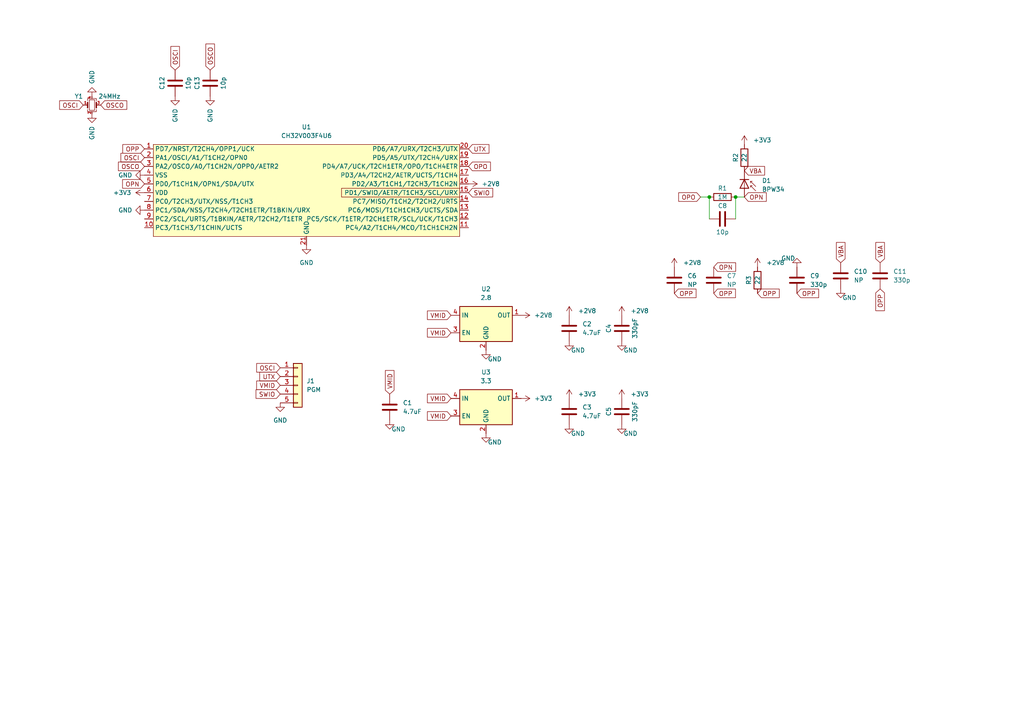
<source format=kicad_sch>
(kicad_sch (version 20211123) (generator eeschema)
  (paper "A4")
  (lib_symbols
    (symbol "CH32V003F4U6:CH32V003F4U6"
      (property "Reference" "U" (at 0 0 0))
      (property "Value" "CH32V003F4U6" (at 0 3.81 0))
      (symbol "CH32V003F4U6_0_1"
        (rectangle (start -44.45 12.7) (end 44.45 -13.97) (fill (type background)))
        (rectangle (start 10.16 0) (end 44.45 -2.54) (fill (type background)))
      )
      (symbol "CH32V003F4U6_1_1"
        (pin bidirectional line (at -46.99 11.43 0) (length 2.54) (name "PD7/NRST/T2CH4/OPP1/UCK") (number "1"))
        (pin bidirectional line (at -46.99 -11.43 0) (length 2.54) (name "PC3/T1CH3/T1CHIN/UCTS") (number "10"))
        (pin bidirectional line (at 46.99 -11.43 180) (length 2.54) (name "PC4/A2/T1CH4/MCO/T1CH1CH2N") (number "11"))
        (pin bidirectional line (at 46.99 -8.89 180) (length 2.54) (name "PC5/SCK/T1ETR/T2CH1ETR/SCL/UCK/T1CH3") (number "12"))
        (pin bidirectional line (at 46.99 -6.35 180) (length 2.54) (name "PC6/MOSI/T1CH1CH3/UCTS/SDA") (number "13"))
        (pin bidirectional line (at 46.99 -3.81 180) (length 2.54) (name "PC7/MISO/T1CH2/T2CH2/URTS") (number "14"))
        (pin bidirectional line (at 46.99 -1.27 180) (length 2.54) (name "PD1/SWIO/AETR/T1CH3/SCL/URX") (number "15"))
        (pin bidirectional line (at 46.99 1.27 180) (length 2.54) (name "PD2/A3/T1CH1/T2CH3/T1CH2N") (number "16"))
        (pin bidirectional line (at 46.99 3.81 180) (length 2.54) (name "PD3/A4/T2CH2/AETR/UCTS/T1CH4") (number "17"))
        (pin bidirectional line (at 46.99 6.35 180) (length 2.54) (name "PD4/A7/UCK/T2CH1ETR/OPO/T1CH4ETR") (number "18"))
        (pin bidirectional line (at 46.99 8.89 180) (length 2.54) (name "PD5/A5/UTX/T2CH4/URX") (number "19"))
        (pin bidirectional line (at -46.99 8.89 0) (length 2.54) (name "PA1/OSCI/A1/T1CH2/OPN0") (number "2"))
        (pin bidirectional line (at 46.99 11.43 180) (length 2.54) (name "PD6/A7/URX/T2CH3/UTX") (number "20"))
        (pin bidirectional line (at 0 -16.51 90) (length 2.54) (name "GND") (number "21"))
        (pin bidirectional line (at -46.99 6.35 0) (length 2.54) (name "PA2/OSCO/A0/T1CH2N/OPP0/AETR2") (number "3"))
        (pin bidirectional line (at -46.99 3.81 0) (length 2.54) (name "VSS") (number "4"))
        (pin bidirectional line (at -46.99 1.27 0) (length 2.54) (name "PD0/T1CH1N/OPN1/SDA/UTX") (number "5"))
        (pin bidirectional line (at -46.99 -1.27 0) (length 2.54) (name "VDD") (number "6"))
        (pin bidirectional line (at -46.99 -3.81 0) (length 2.54) (name "PC0/T2CH3/UTX/NSS/T1CH3") (number "7"))
        (pin bidirectional line (at -46.99 -6.35 0) (length 2.54) (name "PC1/SDA/NSS/T2CH4/T2CH1ETR/T1BKIN/URX") (number "8"))
        (pin bidirectional line (at -46.99 -8.89 0) (length 2.54) (name "PC2/SCL/URTS/T1BKIN/AETR/T2CH2/T1ETR") (number "9"))
      )
    )
    (symbol "Connector_Generic:Conn_01x05" (pin_names (offset 1.016) hide)
      (property "Reference" "J" (at 0 7.62 0))
      (property "Value" "Conn_01x05" (at 0 -7.62 0))
      (symbol "Conn_01x05_1_1"
        (rectangle (start -1.27 -4.953) (end 0 -5.207) (stroke (width 0.1524)))
        (rectangle (start -1.27 -2.413) (end 0 -2.667) (stroke (width 0.1524)))
        (rectangle (start -1.27 0.127) (end 0 -0.127) (stroke (width 0.1524)))
        (rectangle (start -1.27 2.667) (end 0 2.413) (stroke (width 0.1524)))
        (rectangle (start -1.27 5.207) (end 0 4.953) (stroke (width 0.1524)))
        (rectangle (start -1.27 6.35) (end 1.27 -6.35) (stroke (width 0.254)) (fill (type background)))
        (pin passive line (at -5.08 5.08 0) (length 3.81) (name "Pin_1") (number "1"))
        (pin passive line (at -5.08 2.54 0) (length 3.81) (name "Pin_2") (number "2"))
        (pin passive line (at -5.08 0 0) (length 3.81) (name "Pin_3") (number "3"))
        (pin passive line (at -5.08 -2.54 0) (length 3.81) (name "Pin_4") (number "4"))
        (pin passive line (at -5.08 -5.08 0) (length 3.81) (name "Pin_5") (number "5"))
      )
    )
    (symbol "Device:C" (pin_numbers hide) (pin_names (offset 0.254))
      (property "Reference" "C" (at 0.635 2.54 0))
      (property "Value" "C" (at 0.635 -2.54 0))
      (symbol "C_0_1"
        (polyline (pts (xy -2.032 -0.762) (xy 2.032 -0.762)) (stroke (width 0.508)))
        (polyline (pts (xy -2.032 0.762) (xy 2.032 0.762)) (stroke (width 0.508)))
      )
      (symbol "C_1_1"
        (pin passive line (at 0 3.81 270) (length 2.794) (name "~") (number "1"))
        (pin passive line (at 0 -3.81 90) (length 2.794) (name "~") (number "2"))
      )
    )
    (symbol "Device:Crystal_GND24_Small" (pin_names (offset 1.016) hide)
      (property "Reference" "Y" (at 1.27 4.445 0))
      (property "Value" "Crystal_GND24_Small" (at 1.27 2.54 0))
      (symbol "Crystal_GND24_Small_0_1"
        (rectangle (start -0.762 -1.524) (end 0.762 1.524))
        (polyline (pts (xy -1.27 -0.762) (xy -1.27 0.762)) (stroke (width 0.381)))
        (polyline (pts (xy 1.27 -0.762) (xy 1.27 0.762)) (stroke (width 0.381)))
        (polyline (pts (xy -1.27 -1.27) (xy -1.27 -1.905) (xy 1.27 -1.905) (xy 1.27 -1.27)))
        (polyline (pts (xy -1.27 1.27) (xy -1.27 1.905) (xy 1.27 1.905) (xy 1.27 1.27)))
      )
      (symbol "Crystal_GND24_Small_1_1"
        (pin passive line (at -2.54 0 0) (length 1.27) (name "1") (number "1"))
        (pin passive line (at 0 -2.54 90) (length 0.635) (name "2") (number "2"))
        (pin passive line (at 2.54 0 180) (length 1.27) (name "3") (number "3"))
        (pin passive line (at 0 2.54 270) (length 0.635) (name "4") (number "4"))
      )
    )
    (symbol "Device:D_Photo" (pin_numbers hide) (pin_names hide)
      (property "Reference" "D" (at 0.508 1.778 0))
      (property "Value" "D_Photo" (at -1.016 -2.794 0))
      (symbol "D_Photo_0_1"
        (polyline (pts (xy -2.54 1.27) (xy -2.54 -1.27)) (stroke (width 0.254)))
        (polyline (pts (xy -2.032 1.778) (xy -1.524 1.778)))
        (polyline (pts (xy 0 0) (xy -2.54 0)))
        (polyline (pts (xy -0.508 3.302) (xy -2.032 1.778) (xy -2.032 2.286)))
        (polyline (pts (xy 0 -1.27) (xy 0 1.27) (xy -2.54 0) (xy 0 -1.27)) (stroke (width 0.254)))
        (polyline (pts (xy 0.762 3.302) (xy -0.762 1.778) (xy -0.762 2.286) (xy -0.762 1.778) (xy -0.254 1.778)))
      )
      (symbol "D_Photo_1_1"
        (pin passive line (at -5.08 0 0) (length 2.54) (name "K") (number "1"))
        (pin passive line (at 2.54 0 180) (length 2.54) (name "A") (number "2"))
      )
    )
    (symbol "Device:R" (pin_numbers hide) (pin_names (offset 0))
      (property "Reference" "R" (at 2.032 0 90))
      (property "Value" "R" (at 0 0 90))
      (symbol "R_0_1"
        (rectangle (start -1.016 -2.54) (end 1.016 2.54) (stroke (width 0.254)))
      )
      (symbol "R_1_1"
        (pin passive line (at 0 3.81 270) (length 1.27) (name "~") (number "1"))
        (pin passive line (at 0 -3.81 90) (length 1.27) (name "~") (number "2"))
      )
    )
    (symbol "Regulator_Linear:NCP115AMX250TCG"
      (property "Reference" "U" (at 2.54 10.16 0))
      (property "Value" "NCP115AMX250TCG" (at 10.16 7.62 0))
      (symbol "NCP115AMX250TCG_0_1"
        (rectangle (start -7.62 5.08) (end 7.62 -5.08) (stroke (width 0.254)) (fill (type background)))
      )
      (symbol "NCP115AMX250TCG_1_1"
        (pin power_out line (at 10.16 2.54 180) (length 2.54) (name "OUT") (number "1"))
        (pin power_in line (at 0 -7.62 90) (length 2.54) (name "GND") (number "2"))
        (pin input line (at -10.16 -2.54 0) (length 2.54) (name "EN") (number "3"))
        (pin power_in line (at -10.16 2.54 0) (length 2.54) (name "IN") (number "4"))
        (pin passive line (at 0 -7.62 90) (length 2.54) hide (name "GND") (number "5"))
      )
    )
    (symbol "power:+2V8" (power) (pin_names (offset 0))
      (property "Value" "+2V8" (at 0 3.556 0))
      (symbol "+2V8_0_1"
        (polyline (pts (xy -0.762 1.27) (xy 0 2.54)))
        (polyline (pts (xy 0 0) (xy 0 2.54)))
        (polyline (pts (xy 0 2.54) (xy 0.762 1.27)))
      )
      (symbol "+2V8_1_1"
        (pin power_in line (at 0 0 90) (length 0) hide (name "+2V8") (number "1"))
      )
    )
    (symbol "power:+3V3" (power) (pin_names (offset 0))
      (property "Value" "+3V3" (at 0 3.556 0))
      (symbol "+3V3_0_1"
        (polyline (pts (xy -0.762 1.27) (xy 0 2.54)))
        (polyline (pts (xy 0 0) (xy 0 2.54)))
        (polyline (pts (xy 0 2.54) (xy 0.762 1.27)))
      )
      (symbol "+3V3_1_1"
        (pin power_in line (at 0 0 90) (length 0) hide (name "+3V3") (number "1"))
      )
    )
    (symbol "power:GND" (power) (pin_names (offset 0))
      (property "Value" "GND" (at 0 -3.81 0))
      (symbol "GND_0_1"
        (polyline (pts (xy 0 0) (xy 0 -1.27) (xy 1.27 -1.27) (xy 0 -2.54) (xy -1.27 -1.27) (xy 0 -1.27)))
      )
      (symbol "GND_1_1"
        (pin power_in line (at 0 0 270) (length 0) hide (name "GND") (number "1"))
      )
    )
  )
  (junction (at 205.74 57.15))
  (junction (at 213.36 57.15))
  (wire (pts (xy 213.36 57.15) (xy 213.36 63.5)))
  (wire (pts (xy 205.74 57.15) (xy 205.74 63.5)))
  (wire (pts (xy 213.36 57.15) (xy 215.9 57.15)))
  (wire (pts (xy 203.2 57.15) (xy 205.74 57.15)))
  (global_label "VMID" (shape input) (at 130.81 91.44 180) (property "Intersheet References" "${INTERSHEET_REFS}" (effects hide)))
  (global_label "OPP" (shape input) (at 231.14 85.09 0) (property "Intersheet References" "${INTERSHEET_REFS}" (effects hide)))
  (global_label "VBA" (shape input) (at 255.27 76.2 90) (property "Intersheet References" "${INTERSHEET_REFS}" (effects hide)))
  (global_label "UTX" (shape input) (at 81.28 109.22 180) (property "Intersheet References" "${INTERSHEET_REFS}" (effects hide)))
  (global_label "OSCO" (shape input) (at 60.96 20.32 90) (property "Intersheet References" "${INTERSHEET_REFS}" (effects hide)))
  (global_label "OSCI" (shape input) (at 41.91 45.72 180) (property "Intersheet References" "${INTERSHEET_REFS}" (effects hide)))
  (global_label "OPP" (shape input) (at 195.58 85.09 0) (property "Intersheet References" "${INTERSHEET_REFS}" (effects hide)))
  (global_label "OSCO" (shape input) (at 29.21 30.48 0) (property "Intersheet References" "${INTERSHEET_REFS}" (effects hide)))
  (global_label "OSCI" (shape input) (at 81.28 106.68 180) (property "Intersheet References" "${INTERSHEET_REFS}" (effects hide)))
  (global_label "OPP" (shape input) (at 207.01 85.09 0) (property "Intersheet References" "${INTERSHEET_REFS}" (effects hide)))
  (global_label "VMID" (shape input) (at 130.81 96.52 180) (property "Intersheet References" "${INTERSHEET_REFS}" (effects hide)))
  (global_label "OPO" (shape input) (at 203.2 57.15 180) (property "Intersheet References" "${INTERSHEET_REFS}" (effects hide)))
  (global_label "VMID" (shape input) (at 130.81 115.57 180) (property "Intersheet References" "${INTERSHEET_REFS}" (effects hide)))
  (global_label "OPN" (shape input) (at 41.91 53.34 180) (property "Intersheet References" "${INTERSHEET_REFS}" (effects hide)))
  (global_label "OPP" (shape input) (at 255.27 83.82 270) (property "Intersheet References" "${INTERSHEET_REFS}" (effects hide)))
  (global_label "OPN" (shape input) (at 215.9 57.15 0) (property "Intersheet References" "${INTERSHEET_REFS}" (effects hide)))
  (global_label "OSCI" (shape input) (at 24.13 30.48 180) (property "Intersheet References" "${INTERSHEET_REFS}" (effects hide)))
  (global_label "OPP" (shape input) (at 219.71 85.09 0) (property "Intersheet References" "${INTERSHEET_REFS}" (effects hide)))
  (global_label "OSCO" (shape input) (at 41.91 48.26 180) (property "Intersheet References" "${INTERSHEET_REFS}" (effects hide)))
  (global_label "SWIO" (shape input) (at 81.28 114.3 180) (property "Intersheet References" "${INTERSHEET_REFS}" (effects hide)))
  (global_label "VBA" (shape input) (at 215.9 49.53 0) (property "Intersheet References" "${INTERSHEET_REFS}" (effects hide)))
  (global_label "SWIO" (shape input) (at 135.89 55.88 0) (property "Intersheet References" "${INTERSHEET_REFS}" (effects hide)))
  (global_label "UTX" (shape input) (at 135.89 43.18 0) (property "Intersheet References" "${INTERSHEET_REFS}" (effects hide)))
  (global_label "OPO" (shape input) (at 135.89 48.26 0) (property "Intersheet References" "${INTERSHEET_REFS}" (effects hide)))
  (global_label "VMID" (shape input) (at 130.81 120.65 180) (property "Intersheet References" "${INTERSHEET_REFS}" (effects hide)))
  (global_label "VBA" (shape input) (at 243.84 76.2 90) (property "Intersheet References" "${INTERSHEET_REFS}" (effects hide)))
  (global_label "OPP" (shape input) (at 41.91 43.18 180) (property "Intersheet References" "${INTERSHEET_REFS}" (effects hide)))
  (global_label "OPN" (shape input) (at 207.01 77.47 0) (property "Intersheet References" "${INTERSHEET_REFS}" (effects hide)))
  (global_label "OSCI" (shape input) (at 50.8 20.32 90) (property "Intersheet References" "${INTERSHEET_REFS}" (effects hide)))
  (global_label "VMID" (shape input) (at 113.03 114.3 90) (property "Intersheet References" "${INTERSHEET_REFS}" (effects hide)))
  (global_label "VMID" (shape input) (at 81.28 111.76 180) (property "Intersheet References" "${INTERSHEET_REFS}" (effects hide)))
  (symbol (lib_id "power:+3V3") (at 165.1 115.57 0) (unit 1)
    (property "Reference" "#PWR0122" (effects hide))
    (property "Value" "+3V3" (at 167.64 114.2999 0) (effects (justify left)))
  )
  (symbol (lib_id "Device:Crystal_GND24_Small") (at 26.67 30.48 0) (unit 1)
    (property "Reference" "Y1" (at 22.86 27.94 0))
    (property "Value" "24MHz" (at 31.75 27.94 0))
    (property "Footprint" "Crystal:Crystal_SMD_2016-4Pin_2.0x1.6mm" (effects hide))
    (property "LCSC" "C388793" (effects hide))
  )
  (symbol (lib_id "power:+2V8") (at 165.1 91.44 0) (unit 1)
    (property "Reference" "#PWR0109" (effects hide))
    (property "Value" "+2V8" (at 167.64 90.1699 0) (effects (justify left)))
  )
  (symbol (lib_id "Device:C") (at 113.03 118.11 0) (unit 1)
    (property "Reference" "C1" (at 116.84 116.8399 0) (effects (justify left)))
    (property "Value" "4.7uF" (at 116.84 119.3799 0) (effects (justify left)))
    (property "Footprint" "Capacitor_SMD:C_0402_1005Metric" (effects hide))
    (property "LCSC" "C23733" (effects hide))
  )
  (symbol (lib_id "power:GND") (at 140.97 101.6 0) (unit 1)
    (property "Reference" "#PWR0114" (effects hide))
    (property "Value" "GND" (at 143.51 104.14 0))
  )
  (symbol (lib_id "Device:C") (at 255.27 80.01 0) (unit 1)
    (property "Reference" "C11" (at 259.08 78.7399 0) (effects (justify left)))
    (property "Value" "330p" (at 259.08 81.2799 0) (effects (justify left)))
    (property "Footprint" "Capacitor_SMD:C_0402_1005Metric" (effects hide))
    (property "LCSC" "C13533" (effects hide))
  )
  (symbol (lib_id "Device:C") (at 243.84 80.01 0) (unit 1)
    (property "Reference" "C10" (at 247.65 78.7399 0) (effects (justify left)))
    (property "Value" "NP" (at 247.65 81.2799 0) (effects (justify left)))
    (property "Footprint" "Capacitor_SMD:C_0402_1005Metric" (effects hide))
  )
  (symbol (lib_id "power:GND") (at 231.14 77.47 180) (unit 1)
    (property "Reference" "#PWR0105" (effects hide))
    (property "Value" "GND" (at 228.6 74.93 0))
  )
  (symbol (lib_id "power:GND") (at 81.28 116.84 0) (unit 1)
    (property "Reference" "#PWR0115" (effects hide))
    (property "Value" "GND" (at 81.28 121.92 0))
  )
  (symbol (lib_id "Device:R") (at 219.71 81.28 180) (unit 1)
    (property "Reference" "R3" (at 217.17 81.28 90))
    (property "Value" "22" (at 219.71 81.28 90))
    (property "Footprint" "Resistor_SMD:R_0402_1005Metric" (effects hide))
    (property "LCSC" "C25092" (effects hide))
  )
  (symbol (lib_id "Device:R") (at 215.9 45.72 180) (unit 1)
    (property "Reference" "R2" (at 213.36 45.72 90))
    (property "Value" "22" (at 215.9 45.72 90))
    (property "Footprint" "Resistor_SMD:R_0402_1005Metric" (effects hide))
    (property "LCSC" "C25092" (effects hide))
  )
  (symbol (lib_id "power:GND") (at 180.34 123.19 0) (unit 1)
    (property "Reference" "#PWR0101" (effects hide))
    (property "Value" "GND" (at 182.88 125.73 0))
  )
  (symbol (lib_id "power:+3V3") (at 41.91 55.88 90) (unit 1)
    (property "Reference" "#PWR0117" (effects hide))
    (property "Value" "+3V3" (at 38.1 55.8799 90) (effects (justify left)))
  )
  (symbol (lib_id "power:GND") (at 60.96 27.94 0) (unit 1)
    (property "Reference" "#PWR0128" (effects hide))
    (property "Value" "GND" (at 60.96 35.56 90) (effects (justify left)))
  )
  (symbol (lib_id "power:GND") (at 243.84 83.82 0) (unit 1)
    (property "Reference" "#PWR0123" (effects hide))
    (property "Value" "GND" (at 246.38 86.36 0))
  )
  (symbol (lib_id "Regulator_Linear:NCP115AMX250TCG") (at 140.97 118.11 0) (unit 1)
    (property "Reference" "U3" (at 140.97 107.95 0))
    (property "Value" "3.3" (at 140.97 110.49 0))
    (property "Footprint" "cnhardware:xdfn-reg" (effects hide))
    (property "Datasheet" "https://www.onsemi.com/pub/Collateral/NCP115-D.PDF" (effects hide))
    (property "LCSC" "C379350" (effects hide))
  )
  (symbol (lib_id "Device:C") (at 207.01 81.28 0) (unit 1)
    (property "Reference" "C7" (at 210.82 80.0099 0) (effects (justify left)))
    (property "Value" "NP" (at 210.82 82.5499 0) (effects (justify left)))
    (property "Footprint" "Capacitor_SMD:C_0402_1005Metric" (effects hide))
  )
  (symbol (lib_id "power:GND") (at 41.91 50.8 270) (unit 1)
    (property "Reference" "#PWR0116" (effects hide))
    (property "Value" "GND" (at 34.29 50.8 90) (effects (justify left)))
  )
  (symbol (lib_id "Device:C") (at 195.58 81.28 0) (unit 1)
    (property "Reference" "C6" (at 199.39 80.0099 0) (effects (justify left)))
    (property "Value" "NP" (at 199.39 82.5499 0) (effects (justify left)))
    (property "Footprint" "Capacitor_SMD:C_0402_1005Metric" (effects hide))
  )
  (symbol (lib_id "power:GND") (at 165.1 123.19 0) (unit 1)
    (property "Reference" "#PWR0121" (effects hide))
    (property "Value" "GND" (at 167.64 125.73 0))
  )
  (symbol (lib_id "Device:C") (at 50.8 24.13 180) (unit 1)
    (property "Reference" "C12" (at 46.99 24.13 90))
    (property "Value" "10p" (at 54.61 24.13 90))
    (property "Footprint" "Capacitor_SMD:C_0402_1005Metric" (effects hide))
    (property "LCSC" "C32949" (effects hide))
  )
  (symbol (lib_id "Device:C") (at 180.34 95.25 180) (unit 1)
    (property "Reference" "C4" (at 176.53 95.25 90))
    (property "Value" "330pF" (at 184.15 95.25 90))
    (property "Footprint" "Capacitor_SMD:C_0402_1005Metric" (effects hide))
    (property "LCSC" "C13533" (effects hide))
  )
  (symbol (lib_id "power:GND") (at 180.34 99.06 0) (unit 1)
    (property "Reference" "#PWR0102" (effects hide))
    (property "Value" "GND" (at 182.88 101.6 0))
  )
  (symbol (lib_id "Regulator_Linear:NCP115AMX250TCG") (at 140.97 93.98 0) (unit 1)
    (property "Reference" "U2" (at 140.97 83.82 0))
    (property "Value" "2.8" (at 140.97 86.36 0))
    (property "Footprint" "cnhardware:xdfn-reg" (effects hide))
    (property "Datasheet" "https://www.onsemi.com/pub/Collateral/NCP115-D.PDF" (effects hide))
    (property "LCSC" "C260891" (effects hide))
  )
  (symbol (lib_id "Device:C") (at 165.1 95.25 0) (unit 1)
    (property "Reference" "C2" (at 168.91 93.9799 0) (effects (justify left)))
    (property "Value" "4.7uF" (at 168.91 96.5199 0) (effects (justify left)))
    (property "Footprint" "Capacitor_SMD:C_0402_1005Metric" (effects hide))
    (property "LCSC" "C23733" (effects hide))
  )
  (symbol (lib_id "power:+2V8") (at 219.71 77.47 0) (unit 1)
    (property "Reference" "#PWR0106" (effects hide))
    (property "Value" "+2V8" (at 222.25 76.1999 0) (effects (justify left)))
  )
  (symbol (lib_id "power:+3V3") (at 215.9 41.91 0) (unit 1)
    (property "Reference" "#PWR0108" (effects hide))
    (property "Value" "+3V3" (at 218.44 40.6399 0) (effects (justify left)))
  )
  (symbol (lib_id "power:+3V3") (at 151.13 115.57 270) (unit 1)
    (property "Reference" "#PWR0120" (effects hide))
    (property "Value" "+3V3" (at 154.94 115.5699 90) (effects (justify left)))
  )
  (symbol (lib_id "Device:C") (at 60.96 24.13 180) (unit 1)
    (property "Reference" "C13" (at 57.15 24.13 90))
    (property "Value" "10p" (at 64.77 24.13 90))
    (property "Footprint" "Capacitor_SMD:C_0402_1005Metric" (effects hide))
    (property "LCSC" "C32949" (effects hide))
  )
  (symbol (lib_id "Device:C") (at 209.55 63.5 90) (unit 1)
    (property "Reference" "C8" (at 209.55 59.69 90))
    (property "Value" "10p" (at 209.55 67.31 90))
    (property "Footprint" "Capacitor_SMD:C_0402_1005Metric" (effects hide))
    (property "LCSC" "C32949" (effects hide))
  )
  (symbol (lib_id "power:GND") (at 26.67 33.02 0) (unit 1)
    (property "Reference" "#PWR0125" (effects hide))
    (property "Value" "GND" (at 26.67 40.64 90) (effects (justify left)))
  )
  (symbol (lib_id "power:GND") (at 140.97 125.73 0) (unit 1)
    (property "Reference" "#PWR0113" (effects hide))
    (property "Value" "GND" (at 143.51 128.27 0))
  )
  (symbol (lib_id "power:GND") (at 41.91 60.96 270) (unit 1)
    (property "Reference" "#PWR0124" (effects hide))
    (property "Value" "GND" (at 34.29 60.96 90) (effects (justify left)))
  )
  (symbol (lib_id "power:GND") (at 26.67 27.94 180) (unit 1)
    (property "Reference" "#PWR0126" (effects hide))
    (property "Value" "GND" (at 26.67 20.32 90) (effects (justify left)))
  )
  (symbol (lib_id "Device:C") (at 231.14 81.28 0) (unit 1)
    (property "Reference" "C9" (at 234.95 80.0099 0) (effects (justify left)))
    (property "Value" "330p" (at 234.95 82.5499 0) (effects (justify left)))
    (property "Footprint" "Capacitor_SMD:C_0402_1005Metric" (effects hide))
    (property "LCSC" "C13533" (effects hide))
  )
  (symbol (lib_id "Device:R") (at 209.55 57.15 90) (unit 1)
    (property "Reference" "R1" (at 209.55 54.61 90))
    (property "Value" "1M" (at 209.55 57.15 90))
    (property "Footprint" "Resistor_SMD:R_0402_1005Metric" (effects hide))
    (property "LCSC" "C26083" (effects hide))
  )
  (symbol (lib_id "power:GND") (at 113.03 121.92 0) (unit 1)
    (property "Reference" "#PWR0112" (effects hide))
    (property "Value" "GND" (at 115.57 124.46 0))
  )
  (symbol (lib_id "Device:C") (at 180.34 119.38 180) (unit 1)
    (property "Reference" "C5" (at 176.53 119.38 90))
    (property "Value" "330pF" (at 184.15 119.38 90))
    (property "Footprint" "Capacitor_SMD:C_0402_1005Metric" (effects hide))
    (property "LCSC" "C13533" (effects hide))
  )
  (symbol (lib_id "Connector_Generic:Conn_01x05") (at 86.36 111.76 0) (unit 1)
    (property "Reference" "J1" (at 88.9 110.4899 0) (effects (justify left)))
    (property "Value" "PGM" (at 88.9 113.0299 0) (effects (justify left)))
    (property "Footprint" "Connector_PinHeader_2.54mm:PinHeader_1x05_P2.54mm_Vertical" (effects hide))
    (property "LCSC" "C225491" (effects hide))
  )
  (symbol (lib_id "power:GND") (at 165.1 99.06 0) (unit 1)
    (property "Reference" "#PWR0111" (effects hide))
    (property "Value" "GND" (at 167.64 101.6 0))
  )
  (symbol (lib_id "Device:D_Photo") (at 215.9 54.61 270) (unit 1)
    (property "Reference" "D1" (at 220.98 52.3874 90) (effects (justify left)))
    (property "Value" "BPW34" (at 220.98 54.9274 90) (effects (justify left)))
    (property "Footprint" "OptoDevice:Osram_BPW34S-SMD" (effects hide))
    (property "LCSC" "C962584" (effects hide))
  )
  (symbol (lib_id "CH32V003F4U6:CH32V003F4U6") (at 88.9 54.61 0) (unit 1)
    (property "Reference" "U1" (at 88.9 36.83 0))
    (property "Value" "CH32V003F4U6" (at 88.9 39.37 0))
    (property "Footprint" "Package_DFN_QFN:QFN-20-1EP_3x3mm_P0.4mm_EP1.65x1.65mm" (effects hide))
    (property "LCSC" "C5299908" (effects hide))
  )
  (symbol (lib_id "Device:C") (at 165.1 119.38 0) (unit 1)
    (property "Reference" "C3" (at 168.91 118.1099 0) (effects (justify left)))
    (property "Value" "4.7uF" (at 168.91 120.6499 0) (effects (justify left)))
    (property "Footprint" "Capacitor_SMD:C_0402_1005Metric" (effects hide))
    (property "LCSC" "C23733" (effects hide))
  )
  (symbol (lib_id "power:+2V8") (at 180.34 91.44 0) (unit 1)
    (property "Reference" "#PWR0104" (effects hide))
    (property "Value" "+2V8" (at 182.88 90.1699 0) (effects (justify left)))
  )
  (symbol (lib_id "power:GND") (at 88.9 71.12 0) (unit 1)
    (property "Reference" "#PWR0118" (effects hide))
    (property "Value" "GND" (at 88.9 76.2 0))
  )
  (symbol (lib_id "power:+2V8") (at 151.13 91.44 270) (unit 1)
    (property "Reference" "#PWR0110" (effects hide))
    (property "Value" "+2V8" (at 154.94 91.4399 90) (effects (justify left)))
  )
  (symbol (lib_id "power:+2V8") (at 195.58 77.47 0) (unit 1)
    (property "Reference" "#PWR0107" (effects hide))
    (property "Value" "+2V8" (at 198.12 76.1999 0) (effects (justify left)))
  )
  (symbol (lib_id "power:+2V8") (at 135.89 53.34 270) (unit 1)
    (property "Reference" "#PWR0119" (effects hide))
    (property "Value" "+2V8" (at 139.7 53.3399 90) (effects (justify left)))
  )
  (symbol (lib_id "power:+3V3") (at 180.34 115.57 0) (unit 1)
    (property "Reference" "#PWR0103" (effects hide))
    (property "Value" "+3V3" (at 182.88 114.2999 0) (effects (justify left)))
  )
  (symbol (lib_id "power:GND") (at 50.8 27.94 0) (unit 1)
    (property "Reference" "#PWR0127" (effects hide))
    (property "Value" "GND" (at 50.8 35.56 90) (effects (justify left)))
  )
)
</source>
